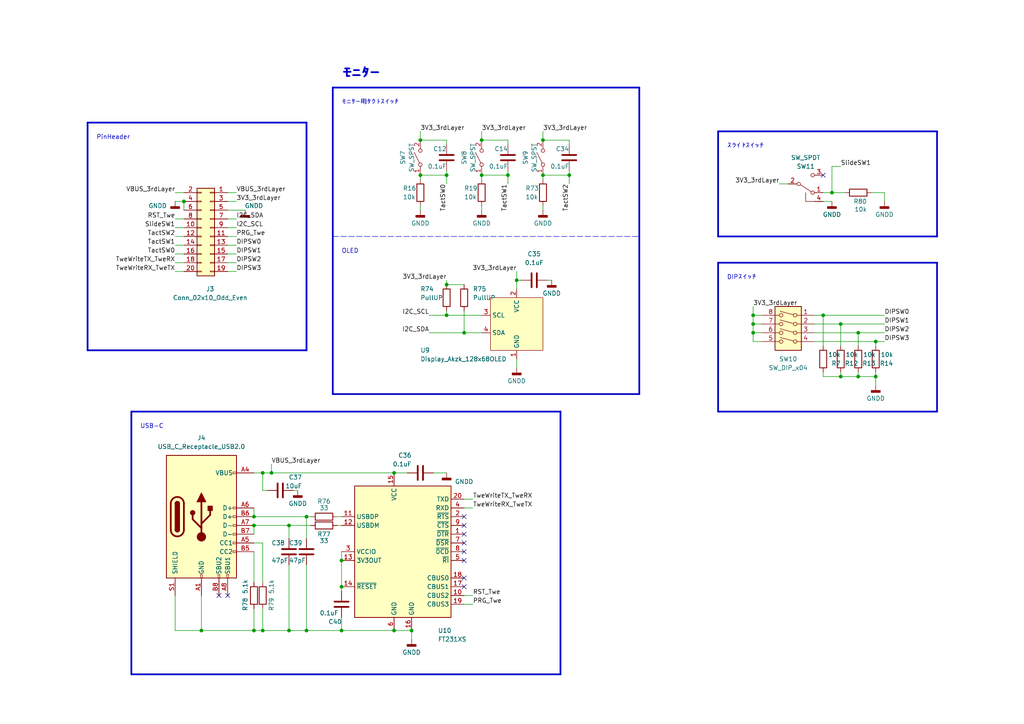
<source format=kicad_sch>
(kicad_sch (version 20230121) (generator eeschema)
  (paper "A4")
  (lib_symbols
    (symbol "Connector:USB_C_Receptacle_USB2.0" (pin_names (offset 1.016))
      (property "Reference" "J4" (at 0 22.86 0))
      (property "Value" "USB_C_Receptacle_USB2.0" (at 0 20.32 0))
      (symbol "USB_C_Receptacle_USB2.0_0_0"
        (rectangle (start -0.254 -17.78) (end 0.254 -16.764))
        (rectangle (start 5.334 -17.78) (end 4.826 -16.764))
        (rectangle (start 7.874 -17.78) (end 7.366 -16.764))
        (rectangle (start 10.16 -9.906) (end 9.144 -10.414))
        (rectangle (start 10.16 -7.366) (end 9.144 -7.874))
        (rectangle (start 10.16 -4.826) (end 9.144 -5.334))
        (rectangle (start 10.16 -2.286) (end 9.144 -2.794))
        (rectangle (start 10.16 0.254) (end 9.144 -0.254))
        (rectangle (start 10.16 2.794) (end 9.144 2.286))
        (rectangle (start 10.16 12.954) (end 9.144 12.446))
      )
      (symbol "USB_C_Receptacle_USB2.0_0_1"
        (rectangle (start -10.16 17.78) (end 10.16 -17.78) (stroke (width 0.254)) (fill (type background)))
        (arc (start -8.89 -3.81) (mid -6.985 -5.7066) (end -5.08 -3.81) (stroke (width 0.508)))
        (arc (start -7.62 -3.81) (mid -6.985 -4.4422) (end -6.35 -3.81) (stroke (width 0.254)))
        (arc (start -7.62 -3.81) (mid -6.985 -4.4422) (end -6.35 -3.81) (stroke (width 0.254)) (fill (type outline)))
        (rectangle (start -7.62 -3.81) (end -6.35 3.81) (stroke (width 0.254)) (fill (type outline)))
        (arc (start -6.35 3.81) (mid -6.985 4.4422) (end -7.62 3.81) (stroke (width 0.254)))
        (arc (start -6.35 3.81) (mid -6.985 4.4422) (end -7.62 3.81) (stroke (width 0.254)) (fill (type outline)))
        (arc (start -5.08 3.81) (mid -6.985 5.7066) (end -8.89 3.81) (stroke (width 0.508)))
        (circle (center -2.54 1.143) (radius 0.635) (stroke (width 0.254)) (fill (type outline)))
        (circle (center 0 -5.842) (radius 1.27) (fill (type outline)))
        (polyline (pts (xy -8.89 -3.81) (xy -8.89 3.81)) (stroke (width 0.508)))
        (polyline (pts (xy -5.08 3.81) (xy -5.08 -3.81)) (stroke (width 0.508)))
        (polyline (pts (xy 0 -5.842) (xy 0 4.318)) (stroke (width 0.508)))
        (polyline (pts (xy 0 -3.302) (xy -2.54 -0.762) (xy -2.54 0.508)) (stroke (width 0.508)))
        (polyline (pts (xy 0 -2.032) (xy 2.54 0.508) (xy 2.54 1.778)) (stroke (width 0.508)))
        (polyline (pts (xy -1.27 4.318) (xy 0 6.858) (xy 1.27 4.318) (xy -1.27 4.318)) (stroke (width 0.254)) (fill (type outline)))
        (rectangle (start 1.905 1.778) (end 3.175 3.048) (stroke (width 0.254)) (fill (type outline)))
      )
      (symbol "USB_C_Receptacle_USB2.0_1_1"
        (pin passive line (at 0 -22.86 90) (length 5.08) (name "GND") (number "A1"))
        (pin passive line (at 0 -22.86 90) (length 5.08) hide (name "GND") (number "A12"))
        (pin passive line (at 15.24 12.7 180) (length 5.08) (name "VBUS") (number "A4"))
        (pin bidirectional line (at 15.24 -7.62 180) (length 5.08) (name "CC1") (number "A5"))
        (pin bidirectional line (at 15.24 2.54 180) (length 5.08) (name "D+") (number "A6"))
        (pin bidirectional line (at 15.24 -2.54 180) (length 5.08) (name "D-") (number "A7"))
        (pin bidirectional line (at 7.62 -22.86 90) (length 5.08) (name "SBU1") (number "A8"))
        (pin passive line (at 15.24 12.7 180) (length 5.08) hide (name "VBUS") (number "A9"))
        (pin passive line (at 0 -22.86 90) (length 5.08) hide (name "GND") (number "B1"))
        (pin passive line (at 0 -22.86 90) (length 5.08) hide (name "GND") (number "B12"))
        (pin passive line (at 15.24 12.7 180) (length 5.08) hide (name "VBUS") (number "B4"))
        (pin bidirectional line (at 15.24 -10.16 180) (length 5.08) (name "CC2") (number "B5"))
        (pin bidirectional line (at 15.24 0 180) (length 5.08) (name "D+") (number "B6"))
        (pin bidirectional line (at 15.24 -5.08 180) (length 5.08) (name "D-") (number "B7"))
        (pin bidirectional line (at 5.08 -22.86 90) (length 5.08) (name "SBU2") (number "B8"))
        (pin passive line (at 15.24 12.7 180) (length 5.08) hide (name "VBUS") (number "B9"))
        (pin passive line (at -7.62 -22.86 90) (length 5.08) (name "SHIELD") (number "S1"))
      )
    )
    (symbol "Connector_Generic:Conn_02x10_Odd_Even" (pin_names (offset 1.016) hide)
      (property "Reference" "J" (at 1.27 12.7 0))
      (property "Value" "Conn_02x10_Odd_Even" (at 1.27 -15.24 0))
      (symbol "Conn_02x10_Odd_Even_1_1"
        (rectangle (start -1.27 -12.573) (end 0 -12.827) (stroke (width 0.1524)))
        (rectangle (start -1.27 -10.033) (end 0 -10.287) (stroke (width 0.1524)))
        (rectangle (start -1.27 -7.493) (end 0 -7.747) (stroke (width 0.1524)))
        (rectangle (start -1.27 -4.953) (end 0 -5.207) (stroke (width 0.1524)))
        (rectangle (start -1.27 -2.413) (end 0 -2.667) (stroke (width 0.1524)))
        (rectangle (start -1.27 0.127) (end 0 -0.127) (stroke (width 0.1524)))
        (rectangle (start -1.27 2.667) (end 0 2.413) (stroke (width 0.1524)))
        (rectangle (start -1.27 5.207) (end 0 4.953) (stroke (width 0.1524)))
        (rectangle (start -1.27 7.747) (end 0 7.493) (stroke (width 0.1524)))
        (rectangle (start -1.27 10.287) (end 0 10.033) (stroke (width 0.1524)))
        (rectangle (start -1.27 11.43) (end 3.81 -13.97) (stroke (width 0.254)) (fill (type background)))
        (rectangle (start 3.81 -12.573) (end 2.54 -12.827) (stroke (width 0.1524)))
        (rectangle (start 3.81 -10.033) (end 2.54 -10.287) (stroke (width 0.1524)))
        (rectangle (start 3.81 -7.493) (end 2.54 -7.747) (stroke (width 0.1524)))
        (rectangle (start 3.81 -4.953) (end 2.54 -5.207) (stroke (width 0.1524)))
        (rectangle (start 3.81 -2.413) (end 2.54 -2.667) (stroke (width 0.1524)))
        (rectangle (start 3.81 0.127) (end 2.54 -0.127) (stroke (width 0.1524)))
        (rectangle (start 3.81 2.667) (end 2.54 2.413) (stroke (width 0.1524)))
        (rectangle (start 3.81 5.207) (end 2.54 4.953) (stroke (width 0.1524)))
        (rectangle (start 3.81 7.747) (end 2.54 7.493) (stroke (width 0.1524)))
        (rectangle (start 3.81 10.287) (end 2.54 10.033) (stroke (width 0.1524)))
        (pin passive line (at -5.08 10.16 0) (length 3.81) (name "Pin_1") (number "1"))
        (pin passive line (at 7.62 0 180) (length 3.81) (name "Pin_10") (number "10"))
        (pin passive line (at -5.08 -2.54 0) (length 3.81) (name "Pin_11") (number "11"))
        (pin passive line (at 7.62 -2.54 180) (length 3.81) (name "Pin_12") (number "12"))
        (pin passive line (at -5.08 -5.08 0) (length 3.81) (name "Pin_13") (number "13"))
        (pin passive line (at 7.62 -5.08 180) (length 3.81) (name "Pin_14") (number "14"))
        (pin passive line (at -5.08 -7.62 0) (length 3.81) (name "Pin_15") (number "15"))
        (pin passive line (at 7.62 -7.62 180) (length 3.81) (name "Pin_16") (number "16"))
        (pin passive line (at -5.08 -10.16 0) (length 3.81) (name "Pin_17") (number "17"))
        (pin passive line (at 7.62 -10.16 180) (length 3.81) (name "Pin_18") (number "18"))
        (pin passive line (at -5.08 -12.7 0) (length 3.81) (name "Pin_19") (number "19"))
        (pin passive line (at 7.62 10.16 180) (length 3.81) (name "Pin_2") (number "2"))
        (pin passive line (at 7.62 -12.7 180) (length 3.81) (name "Pin_20") (number "20"))
        (pin passive line (at -5.08 7.62 0) (length 3.81) (name "Pin_3") (number "3"))
        (pin passive line (at 7.62 7.62 180) (length 3.81) (name "Pin_4") (number "4"))
        (pin passive line (at -5.08 5.08 0) (length 3.81) (name "Pin_5") (number "5"))
        (pin passive line (at 7.62 5.08 180) (length 3.81) (name "Pin_6") (number "6"))
        (pin passive line (at -5.08 2.54 0) (length 3.81) (name "Pin_7") (number "7"))
        (pin passive line (at 7.62 2.54 180) (length 3.81) (name "Pin_8") (number "8"))
        (pin passive line (at -5.08 0 0) (length 3.81) (name "Pin_9") (number "9"))
      )
    )
    (symbol "Device:C" (pin_numbers hide) (pin_names (offset 0.254))
      (property "Reference" "C" (at 0.635 2.54 0))
      (property "Value" "C" (at 0.635 -2.54 0))
      (symbol "C_0_1"
        (polyline (pts (xy -2.032 -0.762) (xy 2.032 -0.762)) (stroke (width 0.508)))
        (polyline (pts (xy -2.032 0.762) (xy 2.032 0.762)) (stroke (width 0.508)))
      )
      (symbol "C_1_1"
        (pin passive line (at 0 3.81 270) (length 2.794) (name "~") (number "1"))
        (pin passive line (at 0 -3.81 90) (length 2.794) (name "~") (number "2"))
      )
    )
    (symbol "Device:R" (pin_numbers hide) (pin_names (offset 0))
      (property "Reference" "R" (at 2.032 0 90))
      (property "Value" "R" (at 0 0 90))
      (symbol "R_0_1"
        (rectangle (start -1.016 -2.54) (end 1.016 2.54) (stroke (width 0.254)))
      )
      (symbol "R_1_1"
        (pin passive line (at 0 3.81 270) (length 1.27) (name "~") (number "1"))
        (pin passive line (at 0 -3.81 90) (length 1.27) (name "~") (number "2"))
      )
    )
    (symbol "Interface_USB:FT231XS"
      (property "Reference" "U3" (at 10.16 -22.86 0))
      (property "Value" "FT231XS" (at 10.16 -25.4 0))
      (symbol "FT231XS_0_1"
        (rectangle (start -13.97 19.05) (end 13.97 -19.05) (stroke (width 0.254)) (fill (type background)))
      )
      (symbol "FT231XS_1_1"
        (pin output line (at 17.78 5.08 180) (length 3.81) (name "~{DTR}") (number "1"))
        (pin bidirectional line (at 17.78 -12.7 180) (length 3.81) (name "CBUS2") (number "10"))
        (pin bidirectional line (at -17.78 10.16 0) (length 3.81) (name "USBDP") (number "11"))
        (pin bidirectional line (at -17.78 7.62 0) (length 3.81) (name "USBDM") (number "12"))
        (pin power_out line (at -17.78 -2.54 0) (length 3.81) (name "3V3OUT") (number "13"))
        (pin input line (at -17.78 -10.16 0) (length 3.81) (name "~{RESET}") (number "14"))
        (pin power_in line (at -2.54 22.86 270) (length 3.81) (name "VCC") (number "15"))
        (pin power_in line (at 2.54 -22.86 90) (length 3.81) (name "GND") (number "16"))
        (pin bidirectional line (at 17.78 -10.16 180) (length 3.81) (name "CBUS1") (number "17"))
        (pin bidirectional line (at 17.78 -7.62 180) (length 3.81) (name "CBUS0") (number "18"))
        (pin bidirectional line (at 17.78 -15.24 180) (length 3.81) (name "CBUS3") (number "19"))
        (pin output line (at 17.78 10.16 180) (length 3.81) (name "~{RTS}") (number "2"))
        (pin output line (at 17.78 15.24 180) (length 3.81) (name "TXD") (number "20"))
        (pin power_in line (at -17.78 0 0) (length 3.81) (name "VCCIO") (number "3"))
        (pin input line (at 17.78 12.7 180) (length 3.81) (name "RXD") (number "4"))
        (pin input line (at 17.78 -2.54 180) (length 3.81) (name "~{RI}") (number "5"))
        (pin power_in line (at -2.54 -22.86 90) (length 3.81) (name "GND") (number "6"))
        (pin input line (at 17.78 2.54 180) (length 3.81) (name "~{DSR}") (number "7"))
        (pin input line (at 17.78 0 180) (length 3.81) (name "~{DCD}") (number "8"))
        (pin input line (at 17.78 7.62 180) (length 3.81) (name "~{CTS}") (number "9"))
      )
    )
    (symbol "Switch:SW_DIP_x04" (pin_names (offset 0) hide)
      (property "Reference" "SW" (at 0 8.89 0))
      (property "Value" "SW_DIP_x04" (at 0 -6.35 0))
      (symbol "SW_DIP_x04_0_0"
        (circle (center -2.032 -2.54) (radius 0.508))
        (circle (center -2.032 0) (radius 0.508))
        (circle (center -2.032 2.54) (radius 0.508))
        (circle (center -2.032 5.08) (radius 0.508))
        (polyline (pts (xy -1.524 -2.3876) (xy 2.3622 -1.3462)))
        (polyline (pts (xy -1.524 0.127) (xy 2.3622 1.1684)))
        (polyline (pts (xy -1.524 2.667) (xy 2.3622 3.7084)))
        (polyline (pts (xy -1.524 5.207) (xy 2.3622 6.2484)))
        (circle (center 2.032 -2.54) (radius 0.508))
        (circle (center 2.032 0) (radius 0.508))
        (circle (center 2.032 2.54) (radius 0.508))
        (circle (center 2.032 5.08) (radius 0.508))
      )
      (symbol "SW_DIP_x04_0_1"
        (rectangle (start -3.81 7.62) (end 3.81 -5.08) (stroke (width 0.254)) (fill (type background)))
      )
      (symbol "SW_DIP_x04_1_1"
        (pin passive line (at -7.62 5.08 0) (length 5.08) (name "~") (number "1"))
        (pin passive line (at -7.62 2.54 0) (length 5.08) (name "~") (number "2"))
        (pin passive line (at -7.62 0 0) (length 5.08) (name "~") (number "3"))
        (pin passive line (at -7.62 -2.54 0) (length 5.08) (name "~") (number "4"))
        (pin passive line (at 7.62 -2.54 180) (length 5.08) (name "~") (number "5"))
        (pin passive line (at 7.62 0 180) (length 5.08) (name "~") (number "6"))
        (pin passive line (at 7.62 2.54 180) (length 5.08) (name "~") (number "7"))
        (pin passive line (at 7.62 5.08 180) (length 5.08) (name "~") (number "8"))
      )
    )
    (symbol "Switch:SW_SPDT" (pin_names (offset 0) hide)
      (property "Reference" "SW4" (at -2.54 10.16 90))
      (property "Value" "SW_SPDT" (at 0 10.16 90))
      (symbol "SW_SPDT_0_0"
        (circle (center -2.032 0) (radius 0.508))
        (circle (center 2.032 -2.54) (radius 0.508))
      )
      (symbol "SW_SPDT_0_1"
        (polyline (pts (xy -1.524 0.254) (xy 1.651 2.286)))
        (polyline (pts (xy 0 2.54) (xy 0 5.08) (xy 2.54 5.08)))
        (circle (center 2.032 2.54) (radius 0.508))
      )
      (symbol "SW_SPDT_1_1"
        (pin passive line (at 5.08 2.54 180) (length 2.54) (name "A") (number "1"))
        (pin passive line (at -5.08 0 0) (length 2.54) (name "B") (number "2"))
        (pin passive line (at 5.08 -2.54 180) (length 2.54) (name "C") (number "3"))
        (pin passive line (at 5.08 5.08 180) (length 2.54) (name "shell") (number "4"))
        (pin passive line (at 5.08 5.08 180) (length 2.54) hide (name "shell") (number "5"))
        (pin passive line (at 5.08 5.08 180) (length 2.54) hide (name "shell") (number "6"))
        (pin passive line (at 5.08 5.08 180) (length 2.54) hide (name "shell") (number "G1"))
        (pin passive line (at 5.08 5.08 180) (length 2.54) hide (name "shell") (number "G2"))
        (pin passive line (at 5.08 5.08 180) (length 2.54) hide (name "shell") (number "G3"))
        (pin passive line (at 5.08 5.08 180) (length 2.54) hide (name "shell") (number "G4"))
      )
    )
    (symbol "Switch:SW_SPST" (pin_names (offset 0) hide)
      (property "Reference" "SW" (at 0 3.175 0))
      (property "Value" "SW_SPST" (at 0 -2.54 0))
      (symbol "SW_SPST_0_0"
        (circle (center -2.032 0) (radius 0.508))
        (polyline (pts (xy -1.524 0.254) (xy 1.524 1.778)))
        (circle (center 2.032 0) (radius 0.508))
      )
      (symbol "SW_SPST_1_1"
        (pin passive line (at -5.08 0 0) (length 2.54) (name "A") (number "1"))
        (pin passive line (at 5.08 0 180) (length 2.54) (name "B") (number "2"))
      )
    )
    (symbol "TomoshibiLibrary:Display_Akzk_128x68OLED"
      (property "Reference" "U" (at 3.81 13.97 0))
      (property "Value" "Display_Akzk_128x68OLED" (at 8.89 11.43 0))
      (symbol "Display_Akzk_128x68OLED_0_1"
        (rectangle (start -7.62 7.62) (end 7.62 -7.62) (fill (type background)))
      )
      (symbol "Display_Akzk_128x68OLED_1_1"
        (pin bidirectional line (at 0 -10.16 90) (length 2.54) (name "GND") (number "1"))
        (pin power_in line (at 0 10.16 270) (length 2.54) (name "VCC") (number "2"))
        (pin bidirectional line (at -10.16 2.54 0) (length 2.54) (name "SCL") (number "3"))
        (pin bidirectional line (at -10.16 -2.54 0) (length 2.54) (name "SDA") (number "4"))
      )
    )
    (symbol "power:GNDD" (power) (pin_names (offset 0))
      (property "Value" "GNDD" (at 0 -3.175 0))
      (symbol "GNDD_0_1"
        (rectangle (start -1.27 -1.524) (end 1.27 -2.032) (stroke (width 0.254)) (fill (type outline)))
        (polyline (pts (xy 0 0) (xy 0 -1.524)))
      )
      (symbol "GNDD_1_1"
        (pin power_in line (at 0 0 270) (length 0) hide (name "GNDD") (number "1"))
      )
    )
  )
  (junction (at 88.9 149.86))
  (junction (at 134.62 96.52))
  (junction (at 99.06 182.88))
  (junction (at 139.7 50.8))
  (junction (at 73.66 182.88))
  (junction (at 73.66 152.4))
  (junction (at 119.38 182.88))
  (junction (at 165.1 50.8))
  (junction (at 139.7 40.64))
  (junction (at 88.9 182.88))
  (junction (at 73.66 149.86))
  (junction (at 243.84 93.98))
  (junction (at 254 99.06))
  (junction (at 58.42 182.88))
  (junction (at 114.3 137.16))
  (junction (at 238.76 91.44))
  (junction (at 121.92 40.64))
  (junction (at 157.48 40.64))
  (junction (at 114.3 182.88))
  (junction (at 147.32 50.8))
  (junction (at 241.3 55.88))
  (junction (at 248.92 96.52))
  (junction (at 76.2 137.16))
  (junction (at 218.44 93.98))
  (junction (at 99.06 170.18))
  (junction (at 83.82 152.4))
  (junction (at 243.84 109.22))
  (junction (at 83.82 182.88))
  (junction (at 121.92 50.8))
  (junction (at 149.86 81.28))
  (junction (at 157.48 50.8))
  (junction (at 248.92 109.22))
  (junction (at 129.54 91.44))
  (junction (at 218.44 91.44))
  (junction (at 76.2 182.88))
  (junction (at 129.54 50.8))
  (junction (at 78.74 137.16))
  (junction (at 99.06 162.56))
  (junction (at 254 109.22))
  (junction (at 129.54 82.55))
  (junction (at 218.44 96.52))
  (junction (at 53.34 58.42))
  (no_connect (at 134.62 152.4))
  (no_connect (at 134.62 170.18))
  (no_connect (at 134.62 162.56))
  (no_connect (at 63.5 172.72))
  (no_connect (at 134.62 167.64))
  (no_connect (at 134.62 160.02))
  (no_connect (at 134.62 149.86))
  (no_connect (at 238.76 50.8))
  (no_connect (at 134.62 154.94))
  (no_connect (at 66.04 172.72))
  (no_connect (at 134.62 157.48))
  (wire (pts (xy 88.9 163.83) (xy 88.9 182.88)))
  (wire (pts (xy 114.3 137.16) (xy 118.11 137.16)))
  (wire (pts (xy 99.06 149.86) (xy 97.79 149.86)))
  (wire (pts (xy 73.66 149.86) (xy 88.9 149.86)))
  (wire (pts (xy 149.86 81.28) (xy 149.86 83.82)))
  (wire (pts (xy 114.3 182.88) (xy 99.06 182.88)))
  (wire (pts (xy 124.46 96.52) (xy 134.62 96.52)))
  (wire (pts (xy 121.92 38.1) (xy 121.92 40.64)))
  (wire (pts (xy 238.76 58.42) (xy 241.3 58.42)))
  (wire (pts (xy 119.38 182.88) (xy 114.3 182.88)))
  (wire (pts (xy 218.44 91.44) (xy 218.44 93.98)))
  (wire (pts (xy 248.92 96.52) (xy 248.92 100.33)))
  (wire (pts (xy 134.62 96.52) (xy 139.7 96.52)))
  (wire (pts (xy 76.2 137.16) (xy 76.2 142.24)))
  (wire (pts (xy 139.7 38.1) (xy 139.7 40.64)))
  (wire (pts (xy 119.38 185.42) (xy 119.38 182.88)))
  (wire (pts (xy 254 109.22) (xy 248.92 109.22)))
  (polyline (pts (xy 185.42 114.3) (xy 185.42 25.4)) (stroke (width 0.5) (type solid)))
  (wire (pts (xy 248.92 109.22) (xy 243.84 109.22)))
  (wire (pts (xy 157.48 60.96) (xy 157.48 59.69)))
  (wire (pts (xy 125.73 137.16) (xy 129.54 137.16)))
  (wire (pts (xy 66.04 60.96) (xy 71.12 60.96)))
  (wire (pts (xy 248.92 109.22) (xy 248.92 107.95)))
  (wire (pts (xy 129.54 90.17) (xy 129.54 91.44)))
  (wire (pts (xy 165.1 40.64) (xy 165.1 41.91)))
  (wire (pts (xy 50.8 182.88) (xy 58.42 182.88)))
  (wire (pts (xy 76.2 182.88) (xy 73.66 182.88)))
  (wire (pts (xy 68.58 63.5) (xy 66.04 63.5)))
  (polyline (pts (xy 208.28 68.58) (xy 208.28 38.1)) (stroke (width 0.5) (type solid)))
  (wire (pts (xy 50.8 58.42) (xy 53.34 58.42)))
  (wire (pts (xy 86.36 142.24) (xy 85.09 142.24)))
  (wire (pts (xy 129.54 81.28) (xy 129.54 82.55)))
  (polyline (pts (xy 96.52 68.58) (xy 185.42 68.58)) (stroke (width 0) (type dash)))
  (wire (pts (xy 218.44 96.52) (xy 218.44 93.98)))
  (wire (pts (xy 243.84 48.26) (xy 241.3 48.26)))
  (wire (pts (xy 50.8 73.66) (xy 53.34 73.66)))
  (wire (pts (xy 78.74 137.16) (xy 114.3 137.16)))
  (wire (pts (xy 66.04 55.88) (xy 68.58 55.88)))
  (wire (pts (xy 134.62 172.72) (xy 137.16 172.72)))
  (wire (pts (xy 238.76 91.44) (xy 256.54 91.44)))
  (wire (pts (xy 73.66 137.16) (xy 76.2 137.16)))
  (wire (pts (xy 241.3 48.26) (xy 241.3 55.88)))
  (wire (pts (xy 58.42 182.88) (xy 73.66 182.88)))
  (wire (pts (xy 243.84 109.22) (xy 238.76 109.22)))
  (wire (pts (xy 147.32 50.8) (xy 147.32 53.34)))
  (polyline (pts (xy 271.78 68.58) (xy 271.78 38.1)) (stroke (width 0.5) (type solid)))
  (wire (pts (xy 218.44 96.52) (xy 220.98 96.52)))
  (wire (pts (xy 76.2 182.88) (xy 83.82 182.88)))
  (wire (pts (xy 66.04 58.42) (xy 68.58 58.42)))
  (wire (pts (xy 66.04 78.74) (xy 68.58 78.74)))
  (wire (pts (xy 147.32 40.64) (xy 147.32 41.91)))
  (wire (pts (xy 236.22 99.06) (xy 254 99.06)))
  (polyline (pts (xy 96.52 25.4) (xy 185.42 25.4)) (stroke (width 0.5) (type solid)))
  (wire (pts (xy 149.86 78.74) (xy 149.86 81.28)))
  (wire (pts (xy 68.58 66.04) (xy 66.04 66.04)))
  (wire (pts (xy 50.8 172.72) (xy 50.8 182.88)))
  (wire (pts (xy 158.75 81.28) (xy 160.02 81.28)))
  (wire (pts (xy 66.04 73.66) (xy 68.58 73.66)))
  (polyline (pts (xy 208.28 76.2) (xy 271.78 76.2)) (stroke (width 0.5) (type solid)))
  (wire (pts (xy 157.48 38.1) (xy 157.48 40.64)))
  (wire (pts (xy 165.1 50.8) (xy 165.1 49.53)))
  (wire (pts (xy 66.04 76.2) (xy 68.58 76.2)))
  (wire (pts (xy 99.06 162.56) (xy 99.06 170.18)))
  (wire (pts (xy 73.66 152.4) (xy 83.82 152.4)))
  (wire (pts (xy 50.8 66.04) (xy 53.34 66.04)))
  (wire (pts (xy 254 109.22) (xy 254 107.95)))
  (wire (pts (xy 76.2 157.48) (xy 76.2 168.91)))
  (wire (pts (xy 149.86 104.14) (xy 149.86 106.68)))
  (wire (pts (xy 77.47 142.24) (xy 76.2 142.24)))
  (wire (pts (xy 53.34 58.42) (xy 53.34 60.96)))
  (wire (pts (xy 97.79 152.4) (xy 99.06 152.4)))
  (wire (pts (xy 129.54 50.8) (xy 121.92 50.8)))
  (wire (pts (xy 83.82 152.4) (xy 90.17 152.4)))
  (wire (pts (xy 99.06 160.02) (xy 99.06 162.56)))
  (wire (pts (xy 73.66 176.53) (xy 73.66 182.88)))
  (wire (pts (xy 83.82 152.4) (xy 83.82 156.21)))
  (wire (pts (xy 73.66 157.48) (xy 76.2 157.48)))
  (wire (pts (xy 53.34 78.74) (xy 50.8 78.74)))
  (wire (pts (xy 236.22 93.98) (xy 243.84 93.98)))
  (wire (pts (xy 165.1 50.8) (xy 157.48 50.8)))
  (wire (pts (xy 218.44 99.06) (xy 218.44 96.52)))
  (wire (pts (xy 50.8 63.5) (xy 53.34 63.5)))
  (polyline (pts (xy 25.4 101.6) (xy 88.9 101.6)) (stroke (width 0.5) (type solid)))
  (wire (pts (xy 165.1 40.64) (xy 157.48 40.64)))
  (wire (pts (xy 124.46 91.44) (xy 129.54 91.44)))
  (wire (pts (xy 137.16 144.78) (xy 134.62 144.78)))
  (wire (pts (xy 226.06 53.34) (xy 228.6 53.34)))
  (wire (pts (xy 129.54 50.8) (xy 129.54 49.53)))
  (polyline (pts (xy 38.1 119.38) (xy 162.56 119.38)) (stroke (width 0.5) (type solid)))
  (wire (pts (xy 218.44 88.9) (xy 218.44 91.44)))
  (wire (pts (xy 73.66 154.94) (xy 73.66 152.4)))
  (wire (pts (xy 256.54 58.42) (xy 256.54 55.88)))
  (wire (pts (xy 53.34 76.2) (xy 50.8 76.2)))
  (wire (pts (xy 220.98 99.06) (xy 218.44 99.06)))
  (polyline (pts (xy 208.28 68.58) (xy 271.78 68.58)) (stroke (width 0.5) (type solid)))
  (wire (pts (xy 73.66 147.32) (xy 73.66 149.86)))
  (polyline (pts (xy 38.1 195.58) (xy 38.1 119.38)) (stroke (width 0.5) (type solid)))
  (wire (pts (xy 88.9 182.88) (xy 99.06 182.88)))
  (wire (pts (xy 88.9 149.86) (xy 88.9 156.21)))
  (wire (pts (xy 139.7 60.96) (xy 139.7 59.69)))
  (wire (pts (xy 254 99.06) (xy 254 100.33)))
  (wire (pts (xy 76.2 176.53) (xy 76.2 182.88)))
  (polyline (pts (xy 88.9 101.6) (xy 88.9 35.56)) (stroke (width 0.5) (type solid)))
  (wire (pts (xy 99.06 179.07) (xy 99.06 182.88)))
  (wire (pts (xy 137.16 147.32) (xy 134.62 147.32)))
  (wire (pts (xy 238.76 109.22) (xy 238.76 107.95)))
  (wire (pts (xy 147.32 50.8) (xy 147.32 49.53)))
  (wire (pts (xy 218.44 93.98) (xy 220.98 93.98)))
  (wire (pts (xy 78.74 134.62) (xy 78.74 137.16)))
  (wire (pts (xy 88.9 149.86) (xy 90.17 149.86)))
  (wire (pts (xy 243.84 109.22) (xy 243.84 107.95)))
  (wire (pts (xy 238.76 55.88) (xy 241.3 55.88)))
  (wire (pts (xy 252.73 55.88) (xy 256.54 55.88)))
  (polyline (pts (xy 162.56 195.58) (xy 162.56 119.38)) (stroke (width 0.5) (type solid)))
  (wire (pts (xy 50.8 55.88) (xy 53.34 55.88)))
  (wire (pts (xy 165.1 50.8) (xy 165.1 53.34)))
  (wire (pts (xy 254 111.76) (xy 254 109.22)))
  (wire (pts (xy 254 99.06) (xy 256.54 99.06)))
  (wire (pts (xy 78.74 137.16) (xy 76.2 137.16)))
  (wire (pts (xy 129.54 40.64) (xy 121.92 40.64)))
  (wire (pts (xy 50.8 71.12) (xy 53.34 71.12)))
  (wire (pts (xy 83.82 182.88) (xy 88.9 182.88)))
  (wire (pts (xy 139.7 50.8) (xy 139.7 52.07)))
  (wire (pts (xy 73.66 160.02) (xy 73.66 168.91)))
  (wire (pts (xy 129.54 40.64) (xy 129.54 41.91)))
  (wire (pts (xy 58.42 172.72) (xy 58.42 182.88)))
  (wire (pts (xy 121.92 50.8) (xy 121.92 52.07)))
  (wire (pts (xy 147.32 50.8) (xy 139.7 50.8)))
  (wire (pts (xy 129.54 82.55) (xy 134.62 82.55)))
  (polyline (pts (xy 96.52 114.3) (xy 185.42 114.3)) (stroke (width 0.5) (type solid)))
  (wire (pts (xy 238.76 91.44) (xy 238.76 100.33)))
  (wire (pts (xy 147.32 40.64) (xy 139.7 40.64)))
  (wire (pts (xy 241.3 55.88) (xy 245.11 55.88)))
  (polyline (pts (xy 25.4 35.56) (xy 88.9 35.56)) (stroke (width 0.5) (type solid)))
  (wire (pts (xy 218.44 91.44) (xy 220.98 91.44)))
  (polyline (pts (xy 208.28 38.1) (xy 271.78 38.1)) (stroke (width 0.5) (type solid)))
  (polyline (pts (xy 208.28 119.38) (xy 208.28 76.2)) (stroke (width 0.5) (type solid)))
  (wire (pts (xy 134.62 175.26) (xy 137.16 175.26)))
  (wire (pts (xy 129.54 50.8) (xy 129.54 53.34)))
  (polyline (pts (xy 271.78 119.38) (xy 271.78 76.2)) (stroke (width 0.5) (type solid)))
  (polyline (pts (xy 38.1 195.58) (xy 162.56 195.58)) (stroke (width 0.5) (type solid)))
  (wire (pts (xy 129.54 91.44) (xy 139.7 91.44)))
  (wire (pts (xy 134.62 90.17) (xy 134.62 96.52)))
  (wire (pts (xy 50.8 68.58) (xy 53.34 68.58)))
  (polyline (pts (xy 96.52 25.4) (xy 96.52 114.3)) (stroke (width 0.5) (type solid)))
  (wire (pts (xy 149.86 81.28) (xy 151.13 81.28)))
  (wire (pts (xy 121.92 60.96) (xy 121.92 59.69)))
  (wire (pts (xy 236.22 96.52) (xy 248.92 96.52)))
  (wire (pts (xy 243.84 93.98) (xy 256.54 93.98)))
  (wire (pts (xy 236.22 91.44) (xy 238.76 91.44)))
  (wire (pts (xy 83.82 163.83) (xy 83.82 182.88)))
  (wire (pts (xy 66.04 71.12) (xy 68.58 71.12)))
  (polyline (pts (xy 25.4 101.6) (xy 25.4 35.56)) (stroke (width 0.5) (type solid)))
  (wire (pts (xy 248.92 96.52) (xy 256.54 96.52)))
  (wire (pts (xy 66.04 68.58) (xy 68.58 68.58)))
  (wire (pts (xy 99.06 170.18) (xy 99.06 171.45)))
  (wire (pts (xy 243.84 100.33) (xy 243.84 93.98)))
  (polyline (pts (xy 208.28 119.38) (xy 271.78 119.38)) (stroke (width 0.5) (type solid)))
  (wire (pts (xy 157.48 50.8) (xy 157.48 52.07)))
  (text "モニター用タクトスイッチ" (at 99.06 30.48 0) (effects (font (size 1.27 1.27)) (justify left bottom)))
  (text "スライドスイッチ" (at 210.82 43.18 0) (effects (font (size 1.27 1.27)) (justify left bottom)))
  (text "OLED" (at 99.06 73.66 0) (effects (font (size 1.27 1.27)) (justify left bottom)))
  (text "モニター" (at 99.06 22.86 0) (effects (font (size 2.54 2.54) (thickness 0.508) bold) (justify left bottom)))
  (text "DIPスイッチ" (at 210.82 81.28 0) (effects (font (size 1.27 1.27)) (justify left bottom)))
  (text "USB-C" (at 40.64 124.46 0) (effects (font (size 1.27 1.27)) (justify left bottom)))
  (text "PinHeader" (at 27.94 40.64 0) (effects (font (size 1.27 1.27)) (justify left bottom)))
  (label "3V3_3rdLayer" (at 139.7 38.1 0))
  (label "VBUS_3rdLayer" (at 78.74 134.62 0))
  (label "TactSW1" (at 147.32 53.34 270))
  (label "I2C_SDA" (at 124.46 96.52 180))
  (label "3V3_3rdLayer" (at 157.48 38.1 0))
  (label "DIPSW0" (at 256.54 91.44 0))
  (label "TactSW2" (at 165.1 53.34 270))
  (label "3V3_3rdLayer" (at 218.44 88.9 0))
  (label "RST_Twe" (at 50.8 63.5 180))
  (label "I2C_SCL" (at 68.58 66.04 0))
  (label "TweWriteTX_TweRX" (at 50.8 76.2 180))
  (label "DIPSW1" (at 256.54 93.98 0))
  (label "DIPSW2" (at 256.54 96.52 0))
  (label "TactSW1" (at 50.8 71.12 180))
  (label "I2C_SCL" (at 124.46 91.44 180))
  (label "VBUS_3rdLayer" (at 50.8 55.88 180))
  (label "3V3_3rdLayer" (at 68.58 58.42 0))
  (label "RST_Twe" (at 137.16 172.72 0))
  (label "DIPSW1" (at 68.58 73.66 0))
  (label "DIPSW2" (at 68.58 76.2 0))
  (label "DIPSW3" (at 68.58 78.74 0))
  (label "VBUS_3rdLayer" (at 68.58 55.88 0))
  (label "I2C_SDA" (at 68.58 63.5 0))
  (label "3V3_3rdLayer" (at 226.06 53.34 180))
  (label "SlideSW1" (at 50.8 66.04 180))
  (label "PRG_Twe" (at 137.16 175.26 0))
  (label "TweWriteRX_TweTX" (at 50.8 78.74 180))
  (label "3V3_3rdLayer" (at 149.86 78.74 180))
  (label "TweWriteRX_TweTX" (at 137.16 147.32 0))
  (label "TweWriteTX_TweRX" (at 137.16 144.78 0))
  (label "PRG_Twe" (at 68.58 68.58 0))
  (label "3V3_3rdLayer" (at 129.54 81.28 180))
  (label "DIPSW3" (at 256.54 99.06 0))
  (label "TactSW0" (at 129.54 53.34 270))
  (label "3V3_3rdLayer" (at 121.92 38.1 0))
  (label "TactSW2" (at 50.8 68.58 180))
  (label "SlideSW1" (at 243.84 48.26 0))
  (label "DIPSW0" (at 68.58 71.12 0))
  (label "TactSW0" (at 50.8 73.66 180))
  (symbol (lib_id "power:GNDD") (at 254 111.76 0) (unit 1)
    (property "Reference" "#PWR0106" (effects hide))
    (property "Value" "GNDD" (at 254 115.57 0))
  )
  (symbol (lib_id "Device:C") (at 81.28 142.24 270) (mirror x) (unit 1)
    (property "Reference" "C37" (at 87.63 138.43 90) (effects (justify right)))
    (property "Value" "10uF" (at 87.63 140.97 90) (effects (justify right)))
    (property "Footprint" "Capacitor_SMD:C_0805_2012Metric" (effects hide))
  )
  (symbol (lib_id "Device:C") (at 121.92 137.16 90) (mirror x) (unit 1)
    (property "Reference" "C36" (at 119.38 132.08 90) (effects (justify left)))
    (property "Value" "0.1uF" (at 119.38 134.62 90) (effects (justify left)))
    (property "Footprint" "Capacitor_SMD:C_0402_1005Metric" (effects hide))
  )
  (symbol (lib_id "Interface_USB:FT231XS") (at 116.84 160.02 0) (unit 1)
    (property "Reference" "U10" (at 127 182.88 0) (effects (justify left)))
    (property "Value" "FT231XS" (at 127 185.42 0) (effects (justify left)))
    (property "Footprint" "Package_SO:SSOP-20_3.9x8.7mm_P0.635mm" (effects hide))
    (property "Datasheet" "https://www.ftdichip.com/Support/Documents/DataSheets/ICs/DS_FT231X.pdf" (effects hide))
  )
  (symbol (lib_id "power:GNDD") (at 129.54 137.16 0) (unit 1)
    (property "Reference" "#PWR0117" (effects hide))
    (property "Value" "GNDD" (at 134.62 139.7 0))
  )
  (symbol (lib_id "Device:C") (at 99.06 175.26 0) (mirror x) (unit 1)
    (property "Reference" "C40" (at 95.25 180.34 0) (effects (justify left)))
    (property "Value" "0.1uF" (at 92.71 177.8 0) (effects (justify left)))
    (property "Footprint" "Capacitor_SMD:C_0402_1005Metric" (effects hide))
  )
  (symbol (lib_id "Switch:SW_SPDT") (at 233.68 53.34 0) (mirror x) (unit 1)
    (property "Reference" "SW11" (at 233.68 48.26 0))
    (property "Value" "SW_SPDT" (at 233.68 45.72 0))
    (property "Footprint" "TomoshibiLibrary:SW_Slide_DPDT_SSSS820101" (effects hide))
  )
  (symbol (lib_id "Switch:SW_SPST") (at 139.7 45.72 90) (unit 1)
    (property "Reference" "SW8" (at 134.62 45.72 0))
    (property "Value" "SW_SPST" (at 137.16 45.72 0))
    (property "Footprint" "Button_Switch_SMD:SW_SPST_Omron_B3FS-100xP" (effects hide))
  )
  (symbol (lib_id "power:GNDD") (at 71.12 60.96 0) (mirror y) (unit 1)
    (property "Reference" "#PWR0111" (effects hide))
    (property "Value" "GNDD" (at 73.66 59.69 0))
  )
  (symbol (lib_id "Device:C") (at 165.1 45.72 0) (mirror y) (unit 1)
    (property "Reference" "C34" (at 165.1 43.18 0) (effects (justify left)))
    (property "Value" "0.1uF" (at 165.1 48.26 0) (effects (justify left)))
    (property "Footprint" "Capacitor_SMD:C_0402_1005Metric" (effects hide))
  )
  (symbol (lib_id "Device:R") (at 248.92 55.88 90) (mirror x) (unit 1)
    (property "Reference" "R80" (at 251.46 58.42 90) (effects (justify left)))
    (property "Value" "10k" (at 251.46 60.7314 90) (effects (justify left)))
    (property "Footprint" "Resistor_SMD:R_0402_1005Metric" (effects hide))
  )
  (symbol (lib_id "Device:R") (at 243.84 104.14 180) (unit 1)
    (property "Reference" "R12" (at 248.92 105.41 0) (effects (justify left)))
    (property "Value" "10k" (at 248.92 102.87 0) (effects (justify left)))
    (property "Footprint" "Resistor_SMD:R_0402_1005Metric" (effects hide))
  )
  (symbol (lib_id "power:GNDD") (at 241.3 58.42 0) (unit 1)
    (property "Reference" "#PWR096" (effects hide))
    (property "Value" "GNDD" (at 241.3 62.23 0))
  )
  (symbol (lib_id "Device:C") (at 129.54 45.72 0) (mirror y) (unit 1)
    (property "Reference" "C12" (at 129.54 43.18 0) (effects (justify left)))
    (property "Value" "0.1uF" (at 129.54 48.26 0) (effects (justify left)))
    (property "Footprint" "Capacitor_SMD:C_0402_1005Metric" (effects hide))
  )
  (symbol (lib_id "Device:C") (at 147.32 45.72 0) (mirror y) (unit 1)
    (property "Reference" "C14" (at 147.32 43.18 0) (effects (justify left)))
    (property "Value" "0.1uF" (at 147.32 48.26 0) (effects (justify left)))
    (property "Footprint" "Capacitor_SMD:C_0402_1005Metric" (effects hide))
  )
  (symbol (lib_id "Device:R") (at 73.66 172.72 180) (unit 1)
    (property "Reference" "R78" (at 71.12 175.26 90))
    (property "Value" "5.1k" (at 71.12 170.18 90))
    (property "Footprint" "Resistor_SMD:R_0402_1005Metric" (effects hide))
  )
  (symbol (lib_id "Device:R") (at 238.76 104.14 180) (unit 1)
    (property "Reference" "R7" (at 243.84 105.41 0) (effects (justify left)))
    (property "Value" "10k" (at 243.84 102.87 0) (effects (justify left)))
    (property "Footprint" "Resistor_SMD:R_0402_1005Metric" (effects hide))
  )
  (symbol (lib_id "power:GNDD") (at 119.38 185.42 0) (unit 1)
    (property "Reference" "#PWR0119" (effects hide))
    (property "Value" "GNDD" (at 119.38 189.23 0))
  )
  (symbol (lib_id "TomoshibiLibrary:Display_Akzk_128x68OLED") (at 149.86 93.98 0) (unit 1)
    (property "Reference" "U9" (at 121.92 101.6 0) (effects (justify left)))
    (property "Value" "Display_Akzk_128x68OLED" (at 121.92 104.14 0) (effects (justify left)))
    (property "Footprint" "TomoshibiLibrary:Display_Aktk_128x68OLED_White" (effects hide))
  )
  (symbol (lib_id "Device:R") (at 139.7 55.88 0) (unit 1)
    (property "Reference" "R19" (at 134.62 54.61 0) (effects (justify left)))
    (property "Value" "10k" (at 134.62 57.15 0) (effects (justify left)))
    (property "Footprint" "Resistor_SMD:R_0402_1005Metric" (effects hide))
  )
  (symbol (lib_id "Device:R") (at 121.92 55.88 0) (unit 1)
    (property "Reference" "R16" (at 116.84 54.61 0) (effects (justify left)))
    (property "Value" "10k" (at 116.84 57.15 0) (effects (justify left)))
    (property "Footprint" "Resistor_SMD:R_0402_1005Metric" (effects hide))
  )
  (symbol (lib_id "power:GNDD") (at 149.86 106.68 0) (unit 1)
    (property "Reference" "#PWR0115" (effects hide))
    (property "Value" "GNDD" (at 149.86 110.49 0))
  )
  (symbol (lib_id "Device:R") (at 248.92 104.14 180) (unit 1)
    (property "Reference" "R13" (at 254 105.41 0) (effects (justify left)))
    (property "Value" "10k" (at 254 102.87 0) (effects (justify left)))
    (property "Footprint" "Resistor_SMD:R_0402_1005Metric" (effects hide))
  )
  (symbol (lib_id "Device:R") (at 93.98 152.4 270) (unit 1)
    (property "Reference" "R77" (at 93.98 154.94 90))
    (property "Value" "33" (at 93.98 156.845 90))
    (property "Footprint" "Resistor_SMD:R_0603_1608Metric" (effects hide))
  )
  (symbol (lib_id "Device:C") (at 154.94 81.28 90) (unit 1)
    (property "Reference" "C35" (at 154.94 73.66 90))
    (property "Value" "0.1uF" (at 154.94 76.2 90))
    (property "Footprint" "Capacitor_SMD:C_0402_1005Metric" (effects hide))
  )
  (symbol (lib_id "Device:R") (at 129.54 86.36 0) (unit 1)
    (property "Reference" "R74" (at 121.92 83.82 0) (effects (justify left)))
    (property "Value" "PullUP" (at 121.92 86.36 0) (effects (justify left)))
    (property "Footprint" "Resistor_SMD:R_0603_1608Metric_Pad0.98x0.95mm_HandSolder" (effects hide))
  )
  (symbol (lib_id "Connector:USB_C_Receptacle_USB2.0") (at 58.42 149.86 0) (unit 1)
    (property "Reference" "J4" (at 58.42 127 0))
    (property "Value" "USB_C_Receptacle_USB2.0" (at 58.42 129.54 0))
    (property "Footprint" "Connector_USB:USB_C_Receptacle_G-Switch_GT-USB-7010ASV" (effects hide))
    (property "Datasheet" "https://www.usb.org/sites/default/files/documents/usb_type-c.zip" (effects hide))
  )
  (symbol (lib_id "power:GNDD") (at 256.54 58.42 0) (unit 1)
    (property "Reference" "#PWR097" (effects hide))
    (property "Value" "GNDD" (at 256.54 62.23 0))
  )
  (symbol (lib_id "power:GNDD") (at 139.7 60.96 0) (unit 1)
    (property "Reference" "#PWR0104" (effects hide))
    (property "Value" "GNDD" (at 139.7 64.77 0))
  )
  (symbol (lib_id "Connector_Generic:Conn_02x10_Odd_Even") (at 60.96 66.04 0) (mirror y) (unit 1)
    (property "Reference" "J3" (at 60.96 83.82 0))
    (property "Value" "Conn_02x10_Odd_Even" (at 60.96 86.36 0))
    (property "Footprint" "Connector_PinHeader_1.27mm:PinHeader_2x10_P1.27mm_Vertical" (effects hide))
  )
  (symbol (lib_id "Device:R") (at 93.98 149.86 270) (mirror x) (unit 1)
    (property "Reference" "R76" (at 93.98 145.415 90))
    (property "Value" "33" (at 93.98 147.32 90))
    (property "Footprint" "Resistor_SMD:R_0603_1608Metric" (effects hide))
  )
  (symbol (lib_id "Device:C") (at 83.82 160.02 0) (unit 1)
    (property "Reference" "C38" (at 78.74 157.48 0) (effects (justify left)))
    (property "Value" "47pF" (at 78.74 162.56 0) (effects (justify left)))
    (property "Footprint" "Capacitor_SMD:C_0603_1608Metric" (effects hide))
  )
  (symbol (lib_id "power:GNDD") (at 157.48 60.96 0) (unit 1)
    (property "Reference" "#PWR0105" (effects hide))
    (property "Value" "GNDD" (at 157.48 64.77 0))
  )
  (symbol (lib_id "Device:R") (at 157.48 55.88 0) (unit 1)
    (property "Reference" "R73" (at 152.4 54.61 0) (effects (justify left)))
    (property "Value" "10k" (at 152.4 57.15 0) (effects (justify left)))
    (property "Footprint" "Resistor_SMD:R_0402_1005Metric" (effects hide))
  )
  (symbol (lib_id "Switch:SW_SPST") (at 121.92 45.72 90) (unit 1)
    (property "Reference" "SW7" (at 116.84 45.72 0))
    (property "Value" "SW_SPST" (at 119.38 45.72 0))
    (property "Footprint" "Button_Switch_SMD:SW_SPST_Omron_B3FS-100xP" (effects hide))
  )
  (symbol (lib_id "Switch:SW_SPST") (at 157.48 45.72 90) (unit 1)
    (property "Reference" "SW9" (at 152.4 45.72 0))
    (property "Value" "SW_SPST" (at 154.94 45.72 0))
    (property "Footprint" "Button_Switch_SMD:SW_SPST_Omron_B3FS-100xP" (effects hide))
  )
  (symbol (lib_id "Device:C") (at 88.9 160.02 0) (unit 1)
    (property "Reference" "C39" (at 83.82 157.48 0) (effects (justify left)))
    (property "Value" "47pF" (at 83.82 162.56 0) (effects (justify left)))
    (property "Footprint" "Capacitor_SMD:C_0603_1608Metric" (effects hide))
  )
  (symbol (lib_id "Device:R") (at 254 104.14 180) (unit 1)
    (property "Reference" "R14" (at 259.08 105.41 0) (effects (justify left)))
    (property "Value" "10k" (at 259.08 102.87 0) (effects (justify left)))
    (property "Footprint" "Resistor_SMD:R_0402_1005Metric" (effects hide))
  )
  (symbol (lib_id "power:GNDD") (at 160.02 81.28 0) (unit 1)
    (property "Reference" "#PWR0114" (effects hide))
    (property "Value" "GNDD" (at 160.02 85.09 0))
  )
  (symbol (lib_id "Switch:SW_DIP_x04") (at 228.6 96.52 0) (mirror y) (unit 1)
    (property "Reference" "SW10" (at 228.6 104.14 0))
    (property "Value" "SW_DIP_x04" (at 228.6 106.68 0))
    (property "Footprint" "Button_Switch_SMD:SW_DIP_SPSTx04_Slide_Copal_CHS-04B_W7.62mm_P1.27mm" (effects hide))
  )
  (symbol (lib_id "power:GNDD") (at 50.8 58.42 0) (unit 1)
    (property "Reference" "#PWR0109" (effects hide))
    (property "Value" "GNDD" (at 45.72 59.69 0))
  )
  (symbol (lib_id "Device:R") (at 76.2 172.72 0) (mirror x) (unit 1)
    (property "Reference" "R79" (at 78.74 175.26 90))
    (property "Value" "5.1k" (at 78.74 170.18 90))
    (property "Footprint" "Resistor_SMD:R_0402_1005Metric" (effects hide))
  )
  (symbol (lib_id "power:GNDD") (at 86.36 142.24 0) (unit 1)
    (property "Reference" "#PWR0118" (effects hide))
    (property "Value" "GNDD" (at 86.36 146.05 0))
  )
  (symbol (lib_id "Device:R") (at 134.62 86.36 0) (unit 1)
    (property "Reference" "R75" (at 137.16 83.82 0) (effects (justify left)))
    (property "Value" "PullUP" (at 137.16 86.36 0) (effects (justify left)))
    (property "Footprint" "Resistor_SMD:R_0603_1608Metric_Pad0.98x0.95mm_HandSolder" (effects hide))
  )
  (symbol (lib_id "power:GNDD") (at 121.92 60.96 0) (unit 1)
    (property "Reference" "#PWR0103" (effects hide))
    (property "Value" "GNDD" (at 121.92 64.77 0))
  )
)
</source>
